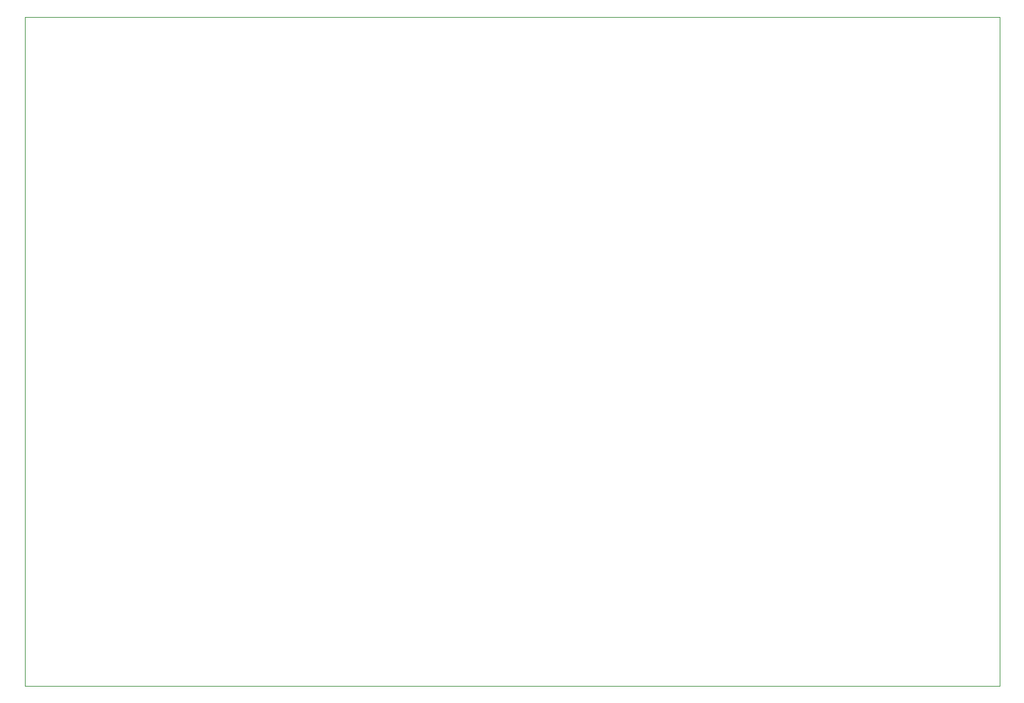
<source format=gbr>
G04 #@! TF.GenerationSoftware,KiCad,Pcbnew,(5.1.2)-1*
G04 #@! TF.CreationDate,2019-05-08T22:22:59+02:00*
G04 #@! TF.ProjectId,LED MATRIX Anzeige,4c454420-4d41-4545-9249-5820416e7a65,rev?*
G04 #@! TF.SameCoordinates,Original*
G04 #@! TF.FileFunction,Profile,NP*
%FSLAX46Y46*%
G04 Gerber Fmt 4.6, Leading zero omitted, Abs format (unit mm)*
G04 Created by KiCad (PCBNEW (5.1.2)-1) date 2019-05-08 22:22:59*
%MOMM*%
%LPD*%
G04 APERTURE LIST*
%ADD10C,0.100000*%
G04 APERTURE END LIST*
D10*
X69215000Y-123190000D02*
X69215000Y-36830000D01*
X194945000Y-123190000D02*
X69215000Y-123190000D01*
X194945000Y-36830000D02*
X194945000Y-123190000D01*
X69215000Y-36830000D02*
X194945000Y-36830000D01*
M02*

</source>
